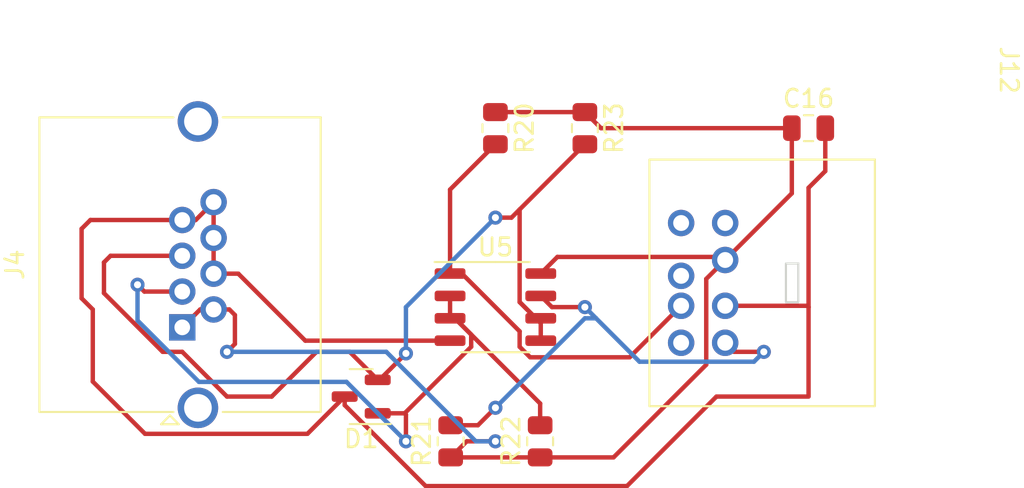
<source format=kicad_pcb>
(kicad_pcb (version 20211014) (generator pcbnew)
  (layers (0 "F.Cu" signal) (31 "B.Cu" signal) (34 "B.Paste" user) (35 "F.Paste" user) (36 "B.SilkS" user "B.Silkscreen") (37 "F.SilkS" user "F.Silkscreen") (38 "B.Mask" user) (39 "F.Mask" user) (44 "Edge.Cuts" user))
  (net 0 "")
  (net 1 "GND")
  (net 2 "3v3")
  (net 3 "Net-(J4-Pad3)")
  (net 4 "Net-(J4-Pad5)")
  (net 5 "/HS_SCL")
  (net 6 "/HS_SDA")
  (footprint "royale:Mini-Din-Through-Hole" (layer "F.Cu") (at 199.345 72.905 -90)
    (fp_text reference "J12" (at -5.08 -7.62 -90 unlocked) (layer "F.SilkS"))
    (fp_text value "PSG01571")
    (fp_rect (start 0 0) (end 14 12.8) (layer "F.SilkS") (width 0.12) (fill none))
    (fp_rect (start 5.9 4.35) (end 8.1 5.05) (layer "Edge.Cuts") (width 0.12) (fill none))
    (pad "1" thru_hole circle (at 8.3 8.5 270) (size 1.5 1.5) (drill 0.9) (layers *.Cu *.Mask) (net 1 "GND"))
    (pad "2" thru_hole circle (at 5.7 8.5 270) (size 1.5 1.5) (drill 0.9) (layers *.Cu *.Mask) (net 2 "3v3"))
    (pad "3" thru_hole circle (at 10.4 8.5 270) (size 1.5 1.5) (drill 0.9) (layers *.Cu *.Mask) (net 5 "/HS_SCL"))
    (pad "4" thru_hole circle (at 8.3 11 270) (size 1.5 1.5) (drill 0.9) (layers *.Cu *.Mask) (net 6 "/HS_SDA"))
    (pad "5" thru_hole circle (at 3.6 8.5 270) (size 1.5 1.5) (drill 0.9) (layers *.Cu *.Mask))
    (pad "6" thru_hole circle (at 10.4 11 270) (size 1.5 1.5) (drill 0.9) (layers *.Cu *.Mask))
    (pad "7" thru_hole circle (at 6.6 11 270) (size 1.5 1.5) (drill 0.9) (layers *.Cu *.Mask))
    (pad "8" thru_hole circle (at 3.6 11 270) (size 1.5 1.5) (drill 0.9) (layers *.Cu *.Mask))
  )
  (footprint "Package_TO_SOT_SMD:SOT-23" (layer "F.Cu") (at 170.18 86.36 180)
    (fp_text reference "D1" (at 0 -2.4) (layer "F.SilkS"))
    (fp_text value "BAT54A")
    (fp_line (start 0 -1.56) (end -1.675 -1.56) (layer "F.SilkS") (width 0.12))
    (fp_line (start 0 1.56) (end -0.65 1.56) (layer "F.SilkS") (width 0.12))
    (fp_line (start 0 1.56) (end 0.65 1.56) (layer "F.SilkS") (width 0.12))
    (fp_line (start 0 -1.56) (end 0.65 -1.56) (layer "F.SilkS") (width 0.12))
    (pad "1" smd roundrect (at -0.9375 -0.95 180) (size 1.475 0.6) (layers "F.Cu" "F.Paste" "F.Mask") (net 3 "Net-(J4-Pad3)"))
    (pad "2" smd roundrect (at -0.9375 0.95 180) (size 1.475 0.6) (layers "F.Cu" "F.Paste" "F.Mask") (net 4 "Net-(J4-Pad5)"))
    (pad "3" smd roundrect (at 0.9375 0 180) (size 1.475 0.6) (layers "F.Cu" "F.Paste" "F.Mask") (net 1 "GND"))
  )
  (footprint "Resistor_SMD:R_0805_2012Metric" (layer "F.Cu") (at 182.88 71.12 -90)
    (fp_text reference "R23" (at 0 -1.65 90) (layer "F.SilkS"))
    (fp_text value "1k")
    (fp_line (start -0.227064 -0.735) (end 0.227064 -0.735) (layer "F.SilkS") (width 0.12))
    (fp_line (start -0.227064 0.735) (end 0.227064 0.735) (layer "F.SilkS") (width 0.12))
    (pad "1" smd roundrect (at -0.9125 0 270) (size 1.025 1.4) (layers "F.Cu" "F.Paste" "F.Mask") (roundrect_rratio 0.243902) (net 2 "3v3"))
    (pad "2" smd roundrect (at 0.9125 0 270) (size 1.025 1.4) (layers "F.Cu" "F.Paste" "F.Mask") (roundrect_rratio 0.243902) (net 4 "Net-(J4-Pad5)"))
  )
  (footprint "Resistor_SMD:R_0805_2012Metric" (layer "F.Cu") (at 177.8 71.12 -90)
    (fp_text reference "R20" (at 0 -1.65 90) (layer "F.SilkS"))
    (fp_text value "4k7")
    (fp_line (start -0.227064 0.735) (end 0.227064 0.735) (layer "F.SilkS") (width 0.12))
    (fp_line (start -0.227064 -0.735) (end 0.227064 -0.735) (layer "F.SilkS") (width 0.12))
    (pad "1" smd roundrect (at -0.9125 0 270) (size 1.025 1.4) (layers "F.Cu" "F.Paste" "F.Mask") (roundrect_rratio 0.243902) (net 2 "3v3"))
    (pad "2" smd roundrect (at 0.9125 0 270) (size 1.025 1.4) (layers "F.Cu" "F.Paste" "F.Mask") (roundrect_rratio 0.243902) (net 6 "/HS_SDA"))
  )
  (footprint "Resistor_SMD:R_0805_2012Metric" (layer "F.Cu") (at 180.34 88.9 90)
    (fp_text reference "R22" (at 0 -1.65 90) (layer "F.SilkS"))
    (fp_text value "1k")
    (fp_line (start -0.227064 -0.735) (end 0.227064 -0.735) (layer "F.SilkS") (width 0.12))
    (fp_line (start -0.227064 0.735) (end 0.227064 0.735) (layer "F.SilkS") (width 0.12))
    (pad "1" smd roundrect (at -0.9125 0 90) (size 1.025 1.4) (layers "F.Cu" "F.Paste" "F.Mask") (roundrect_rratio 0.243902) (net 2 "3v3"))
    (pad "2" smd roundrect (at 0.9125 0 90) (size 1.025 1.4) (layers "F.Cu" "F.Paste" "F.Mask") (roundrect_rratio 0.243902) (net 3 "Net-(J4-Pad3)"))
  )
  (footprint "Resistor_SMD:R_0805_2012Metric" (layer "F.Cu") (at 175.26 88.9 90)
    (fp_text reference "R21" (at 0 -1.65 90) (layer "F.SilkS"))
    (fp_text value "4k7")
    (fp_line (start -0.227064 -0.735) (end 0.227064 -0.735) (layer "F.SilkS") (width 0.12))
    (fp_line (start -0.227064 0.735) (end 0.227064 0.735) (layer "F.SilkS") (width 0.12))
    (pad "1" smd roundrect (at -0.9125 0 90) (size 1.025 1.4) (layers "F.Cu" "F.Paste" "F.Mask") (roundrect_rratio 0.243902) (net 2 "3v3"))
    (pad "2" smd roundrect (at 0.9125 0 90) (size 1.025 1.4) (layers "F.Cu" "F.Paste" "F.Mask") (roundrect_rratio 0.243902) (net 5 "/HS_SCL"))
  )
  (footprint "Package_SO:SO-8_3.9x4.9mm_P1.27mm" (layer "F.Cu") (at 177.8 81.28)
    (fp_text reference "U5" (at 0 -3.4) (layer "F.SilkS"))
    (fp_text value "PCA9600D")
    (fp_line (start 0 -2.56) (end 1.95 -2.56) (layer "F.SilkS") (width 0.12))
    (fp_line (start 0 -2.56) (end -3.45 -2.56) (layer "F.SilkS") (width 0.12))
    (fp_line (start 0 2.56) (end 1.95 2.56) (layer "F.SilkS") (width 0.12))
    (fp_line (start 0 2.56) (end -1.95 2.56) (layer "F.SilkS") (width 0.12))
    (pad "1" smd roundrect (at -2.575 -1.905) (size 1.75 0.6) (layers "F.Cu" "F.Paste" "F.Mask") (net 6 "/HS_SDA"))
    (pad "2" smd roundrect (at -2.575 -0.635) (size 1.75 0.6) (layers "F.Cu" "F.Paste" "F.Mask") (net 3 "Net-(J4-Pad3)"))
    (pad "3" smd roundrect (at -2.575 0.635) (size 1.75 0.6) (layers "F.Cu" "F.Paste" "F.Mask") (net 3 "Net-(J4-Pad3)"))
    (pad "4" smd roundrect (at -2.575 1.905) (size 1.75 0.6) (layers "F.Cu" "F.Paste" "F.Mask") (net 1 "GND"))
    (pad "5" smd roundrect (at 2.575 1.905) (size 1.75 0.6) (layers "F.Cu" "F.Paste" "F.Mask") (net 4 "Net-(J4-Pad5)"))
    (pad "6" smd roundrect (at 2.575 0.635) (size 1.75 0.6) (layers "F.Cu" "F.Paste" "F.Mask") (net 4 "Net-(J4-Pad5)"))
    (pad "7" smd roundrect (at 2.575 -0.635) (size 1.75 0.6) (layers "F.Cu" "F.Paste" "F.Mask") (net 5 "/HS_SCL"))
    (pad "8" smd roundrect (at 2.575 -1.905) (size 1.75 0.6) (layers "F.Cu" "F.Paste" "F.Mask") (net 2 "3v3"))
  )
  (footprint "Capacitor_SMD:C_0805_2012Metric" (layer "F.Cu") (at 195.58 71.12)
    (fp_text reference "C16" (at 0 -1.68) (layer "F.SilkS"))
    (fp_text value "100n")
    (fp_line (start -0.261252 0.735) (end 0.261252 0.735) (layer "F.SilkS") (width 0.12))
    (fp_line (start -0.261252 -0.735) (end 0.261252 -0.735) (layer "F.SilkS") (width 0.12))
    (pad "1" smd roundrect (at -0.95 0) (size 1 1.45) (layers "F.Cu" "F.Paste" "F.Mask") (net 2 "3v3"))
    (pad "2" smd roundrect (at 0.95 0) (size 1 1.45) (layers "F.Cu" "F.Paste" "F.Mask") (net 1 "GND"))
  )
  (footprint "Connector_RJ:RJ45_Amphenol_RJHSE5380" (layer "F.Cu") (at 160.02 82.43 90)
    (fp_text reference "J4" (at 3.56 -9.5 90) (layer "F.SilkS"))
    (fp_text value "RJHSE-5380")
    (fp_line (start -4.805 -8.11) (end -4.805 -0.5) (layer "F.SilkS") (width 0.12))
    (fp_line (start -4.76 7.86) (end 11.925 7.86) (layer "F.SilkS") (width 0.12))
    (fp_line (start 11.925 7.86) (end 11.925 2.3) (layer "F.SilkS") (width 0.12))
    (fp_line (start -4.805 7.86) (end -4.805 2.3) (layer "F.SilkS") (width 0.12))
    (fp_line (start -5.5 -0.2) (end -5.5 -1.2) (layer "F.SilkS") (width 0.12))
    (fp_line (start -4.76 -8.11) (end 11.88 -8.11) (layer "F.SilkS") (width 0.12))
    (fp_line (start -5.5 -1.2) (end -5 -0.7) (layer "F.SilkS") (width 0.12))
    (fp_line (start -5 -0.7) (end -5.5 -0.2) (layer "F.SilkS") (width 0.12))
    (fp_line (start 11.925 -8.11) (end 11.925 -0.5) (layer "F.SilkS") (width 0.12))
    (pad "" np_thru_hole circle (at 9.91 -2.54 90) (size 3.25 3.25) (drill 3.25) (layers *.Cu *.Mask))
    (pad "" np_thru_hole circle (at -2.79 -2.54 90) (size 3.25 3.25) (drill 3.25) (layers *.Cu *.Mask))
    (pad "1" thru_hole rect (at 0 0 90) (size 1.5 1.5) (drill 0.89) (layers *.Cu *.Mask) (net 2 "3v3"))
    (pad "2" thru_hole circle (at 1.016 1.78 90) (size 1.5 1.5) (drill 0.89) (layers *.Cu *.Mask) (net 2 "3v3"))
    (pad "3" thru_hole circle (at 2.032 0 90) (size 1.5 1.5) (drill 0.89) (layers *.Cu *.Mask) (net 3 "Net-(J4-Pad3)"))
    (pad "4" thru_hole circle (at 3.048 1.78 90) (size 1.5 1.5) (drill 0.89) (layers *.Cu *.Mask) (net 1 "GND"))
    (pad "5" thru_hole circle (at 4.064 0 90) (size 1.5 1.5) (drill 0.89) (layers *.Cu *.Mask) (net 4 "Net-(J4-Pad5)"))
    (pad "6" thru_hole circle (at 5.08 1.78 90) (size 1.5 1.5) (drill 0.89) (layers *.Cu *.Mask) (net 1 "GND"))
    (pad "7" thru_hole circle (at 6.096 0 90) (size 1.5 1.5) (drill 0.89) (layers *.Cu *.Mask) (net 1 "GND"))
    (pad "8" thru_hole circle (at 7.112 1.78 90) (size 1.5 1.5) (drill 0.89) (layers *.Cu *.Mask) (net 1 "GND"))
    (pad "SH" thru_hole circle (at -4.57 0.89 90) (size 2.3 2.3) (drill 1.57) (layers *.Cu *.Mask))
    (pad "SH" thru_hole circle (at 11.69 0.89 90) (size 2.3 2.3) (drill 1.57) (layers *.Cu *.Mask))
  )
  (segment (start 163.202 79.382) (end 161.8 79.382) (width 0.25) (layer "F.Cu") (net 1))
  (segment (start 173.838928 91.44) (end 185.27 91.44) (width 0.25) (layer "F.Cu") (net 1))
  (segment (start 195.505 81.205) (end 190.845 81.205) (width 0.25) (layer "F.Cu") (net 1))
  (segment (start 169.2425 86.36) (end 167.127989 88.474511) (width 0.25) (layer "F.Cu") (net 1))
  (segment (start 169.2425 86.36) (end 169.2425 86.843572) (width 0.25) (layer "F.Cu") (net 1))
  (segment (start 167.127989 88.474511) (end 157.90676 88.474511) (width 0.25) (layer "F.Cu") (net 1))
  (segment (start 154.305 76.835) (end 154.806 76.334) (width 0.25) (layer "F.Cu") (net 1))
  (segment (start 195.58 81.28) (end 195.58 86.36) (width 0.25) (layer "F.Cu") (net 1))
  (segment (start 195.58 74.505718) (end 195.58 81.28) (width 0.25) (layer "F.Cu") (net 1))
  (segment (start 175.225 83.185) (end 167.005 83.185) (width 0.25) (layer "F.Cu") (net 1))
  (segment (start 157.90676 88.474511) (end 154.94 85.507751) (width 0.25) (layer "F.Cu") (net 1))
  (segment (start 154.94 85.507751) (end 154.94 81.414) (width 0.25) (layer "F.Cu") (net 1))
  (segment (start 195.58 81.28) (end 195.505 81.205) (width 0.25) (layer "F.Cu") (net 1))
  (segment (start 154.806 76.334) (end 160.02 76.334) (width 0.25) (layer "F.Cu") (net 1))
  (segment (start 154.94 81.414) (end 154.305 80.779) (width 0.25) (layer "F.Cu") (net 1))
  (segment (start 161.8 75.318) (end 161.8 79.382) (width 0.25) (layer "F.Cu") (net 1))
  (segment (start 196.53 71.12) (end 196.53 73.555718) (width 0.25) (layer "F.Cu") (net 1))
  (segment (start 154.305 80.779) (end 154.305 76.835) (width 0.25) (layer "F.Cu") (net 1))
  (segment (start 185.27 91.44) (end 190.35 86.36) (width 0.25) (layer "F.Cu") (net 1))
  (segment (start 196.53 73.555718) (end 195.58 74.505718) (width 0.25) (layer "F.Cu") (net 1))
  (segment (start 167.005 83.185) (end 163.202 79.382) (width 0.25) (layer "F.Cu") (net 1))
  (segment (start 160.02 76.334) (end 160.784 76.334) (width 0.25) (layer "F.Cu") (net 1))
  (segment (start 160.784 76.334) (end 161.8 75.318) (width 0.25) (layer "F.Cu") (net 1))
  (segment (start 169.2425 86.843572) (end 173.838928 91.44) (width 0.25) (layer "F.Cu") (net 1))
  (segment (start 190.35 86.36) (end 195.505 86.36) (width 0.25) (layer "F.Cu") (net 1))
  (segment (start 194.63 71.12) (end 194.63 74.82) (width 0.25) (layer "F.Cu") (net 2))
  (segment (start 180.375 79.375) (end 181.319511 78.430489) (width 0.25) (layer "F.Cu") (net 2))
  (segment (start 163.00952 81.72952) (end 162.694 81.414) (width 0.25) (layer "F.Cu") (net 2))
  (segment (start 162.56 83.82) (end 163.00952 83.37048) (width 0.25) (layer "F.Cu") (net 2))
  (segment (start 183.7925 71.12) (end 194.63 71.12) (width 0.25) (layer "F.Cu") (net 2))
  (segment (start 189.770489 84.549512) (end 189.770489 79.679511) (width 0.25) (layer "F.Cu") (net 2))
  (segment (start 161.8 81.414) (end 161.036 81.414) (width 0.25) (layer "F.Cu") (net 2))
  (segment (start 163.00952 83.37048) (end 163.00952 81.72952) (width 0.25) (layer "F.Cu") (net 2))
  (segment (start 175.26 89.8125) (end 180.34 89.8125) (width 0.25) (layer "F.Cu") (net 2))
  (segment (start 189.770489 79.679511) (end 190.845 78.605) (width 0.25) (layer "F.Cu") (net 2))
  (segment (start 180.34 89.8125) (end 184.507501 89.8125) (width 0.25) (layer "F.Cu") (net 2))
  (segment (start 182.88 70.2075) (end 177.8 70.2075) (width 0.25) (layer "F.Cu") (net 2))
  (segment (start 175.26 89.8125) (end 176.1725 88.9) (width 0.25) (layer "F.Cu") (net 2))
  (segment (start 176.1725 88.9) (end 177.8 88.9) (width 0.25) (layer "F.Cu") (net 2))
  (segment (start 181.319511 78.430489) (end 190.670489 78.430489) (width 0.25) (layer "F.Cu") (net 2))
  (segment (start 194.63 74.82) (end 190.845 78.605) (width 0.25) (layer "F.Cu") (net 2))
  (segment (start 184.507501 89.8125) (end 189.770489 84.549512) (width 0.25) (layer "F.Cu") (net 2))
  (segment (start 162.694 81.414) (end 161.8 81.414) (width 0.25) (layer "F.Cu") (net 2))
  (segment (start 182.88 70.2075) (end 183.7925 71.12) (width 0.25) (layer "F.Cu") (net 2))
  (segment (start 161.036 81.414) (end 160.02 82.43) (width 0.25) (layer "F.Cu") (net 2))
  (segment (start 190.670489 78.430489) (end 190.845 78.605) (width 0.25) (layer "F.Cu") (net 2))
  (via (at 177.8 88.9) (size 0.8) (drill 0.4) (layers "F.Cu" "B.Cu") (net 2))
  (via (at 162.56 83.82) (size 0.8) (drill 0.4) (layers "F.Cu" "B.Cu") (net 2))
  (segment (start 177.8 88.9) (end 176.685886 88.9) (width 0.25) (layer "B.Cu") (net 2))
  (segment (start 176.685886 88.9) (end 171.605886 83.82) (width 0.25) (layer "B.Cu") (net 2))
  (segment (start 171.605886 83.82) (end 162.56 83.82) (width 0.25) (layer "B.Cu") (net 2))
  (segment (start 175.225 80.645) (end 175.225 81.915) (width 0.25) (layer "F.Cu") (net 3))
  (segment (start 157.868 80.398) (end 157.48 80.01) (width 0.25) (layer "F.Cu") (net 3))
  (segment (start 175.225 81.915) (end 175.895 81.915) (width 0.25) (layer "F.Cu") (net 3))
  (segment (start 160.02 80.398) (end 157.868 80.398) (width 0.25) (layer "F.Cu") (net 3))
  (segment (start 175.501072 81.915) (end 175.225 81.915) (width 0.25) (layer "F.Cu") (net 3))
  (segment (start 180.34 87.9875) (end 180.34 86.753928) (width 0.25) (layer "F.Cu") (net 3))
  (segment (start 172.72 88.9) (end 172.72 87.383928) (width 0.25) (layer "F.Cu") (net 3))
  (segment (start 176.42452 83.531552) (end 176.42452 82.838448) (width 0.25) (layer "F.Cu") (net 3))
  (segment (start 172.72 87.383928) (end 172.646072 87.31) (width 0.25) (layer "F.Cu") (net 3))
  (segment (start 176.42452 82.838448) (end 175.501072 81.915) (width 0.25) (layer "F.Cu") (net 3))
  (segment (start 180.34 86.753928) (end 175.501072 81.915) (width 0.25) (layer "F.Cu") (net 3))
  (segment (start 171.1175 87.31) (end 172.646072 87.31) (width 0.25) (layer "F.Cu") (net 3))
  (segment (start 172.646072 87.31) (end 176.42452 83.531552) (width 0.25) (layer "F.Cu") (net 3))
  (via (at 157.48 80.01) (size 0.8) (drill 0.4) (layers "F.Cu" "B.Cu") (net 3))
  (via (at 172.72 88.9) (size 0.8) (drill 0.4) (layers "F.Cu" "B.Cu") (net 3))
  (segment (start 169.345489 85.525489) (end 172.72 88.9) (width 0.25) (layer "B.Cu") (net 3))
  (segment (start 160.966467 85.525489) (end 169.345489 85.525489) (width 0.25) (layer "B.Cu") (net 3))
  (segment (start 157.48 80.01) (end 157.48 82.039022) (width 0.25) (layer "B.Cu") (net 3))
  (segment (start 157.48 82.039022) (end 160.966467 85.525489) (width 0.25) (layer "B.Cu") (net 3))
  (segment (start 178.7125 76.2) (end 179.17548 75.73702) (width 0.25) (layer "F.Cu") (net 4))
  (segment (start 180.375 82.191072) (end 179.17548 80.991552) (width 0.25) (layer "F.Cu") (net 4))
  (segment (start 180.098928 81.915) (end 179.17548 80.991552) (width 0.25) (layer "F.Cu") (net 4))
  (segment (start 180.375 81.915) (end 180.098928 81.915) (width 0.25) (layer "F.Cu") (net 4))
  (segment (start 177.8 76.2) (end 178.7125 76.2) (width 0.25) (layer "F.Cu") (net 4))
  (segment (start 155.949 78.366) (end 160.02 78.366) (width 0.25) (layer "F.Cu") (net 4))
  (segment (start 180.375 83.185) (end 180.375 82.191072) (width 0.25) (layer "F.Cu") (net 4))
  (segment (start 160.02 83.82) (end 158.907751 83.82) (width 0.25) (layer "F.Cu") (net 4))
  (segment (start 179.17548 75.73702) (end 182.88 72.0325) (width 0.25) (layer "F.Cu") (net 4))
  (segment (start 167.64 83.82) (end 165.1 86.36) (width 0.25) (layer "F.Cu") (net 4))
  (segment (start 155.575 78.74) (end 155.949 78.366) (width 0.25) (layer "F.Cu") (net 4))
  (segment (start 179.17548 80.991552) (end 179.17548 75.73702) (width 0.25) (layer "F.Cu") (net 4))
  (segment (start 169.5275 83.82) (end 167.64 83.82) (width 0.25) (layer "F.Cu") (net 4))
  (segment (start 162.56 86.36) (end 160.02 83.82) (width 0.25) (layer "F.Cu") (net 4))
  (segment (start 171.1175 85.41) (end 169.5275 83.82) (width 0.25) (layer "F.Cu") (net 4))
  (segment (start 165.1 86.36) (end 162.56 86.36) (width 0.25) (layer "F.Cu") (net 4))
  (segment (start 158.907751 83.82) (end 155.575 80.487249) (width 0.25) (layer "F.Cu") (net 4))
  (segment (start 155.575 80.487249) (end 155.575 78.74) (width 0.25) (layer "F.Cu") (net 4))
  (segment (start 171.1175 85.41) (end 171.2195 85.41) (width 0.25) (layer "F.Cu") (net 4))
  (segment (start 171.2195 85.41) (end 172.72 83.9095) (width 0.25) (layer "F.Cu") (net 4))
  (via (at 177.8 76.2) (size 0.8) (drill 0.4) (layers "F.Cu" "B.Cu") (net 4))
  (via (at 172.72 83.9095) (size 0.8) (drill 0.4) (layers "F.Cu" "B.Cu") (net 4))
  (segment (start 172.72 81.28) (end 177.8 76.2) (width 0.25) (layer "B.Cu") (net 4))
  (segment (start 172.72 83.9095) (end 172.72 81.28) (width 0.25) (layer "B.Cu") (net 4))
  (segment (start 180.375 80.645) (end 181.01 81.28) (width 0.25) (layer "F.Cu") (net 5))
  (segment (start 193.04 83.82) (end 191.36 83.82) (width 0.25) (layer "F.Cu") (net 5))
  (segment (start 176.8075 87.9875) (end 177.8 86.995) (width 0.25) (layer "F.Cu") (net 5))
  (segment (start 191.36 83.82) (end 190.845 83.305) (width 0.25) (layer "F.Cu") (net 5))
  (segment (start 181.01 81.28) (end 182.88 81.28) (width 0.25) (layer "F.Cu") (net 5))
  (segment (start 175.26 87.9875) (end 176.8075 87.9875) (width 0.25) (layer "F.Cu") (net 5))
  (via (at 182.88 81.28) (size 0.8) (drill 0.4) (layers "F.Cu" "B.Cu") (net 5))
  (via (at 177.8 86.995) (size 0.8) (drill 0.4) (layers "F.Cu" "B.Cu") (net 5))
  (via (at 193.04 83.82) (size 0.8) (drill 0.4) (layers "F.Cu" "B.Cu") (net 5))
  (segment (start 192.480489 84.379511) (end 193.04 83.82) (width 0.25) (layer "B.Cu") (net 5))
  (segment (start 177.8 86.995) (end 182.88 81.915) (width 0.25) (layer "B.Cu") (net 5))
  (segment (start 182.88 81.915) (end 183.515 81.915) (width 0.25) (layer "B.Cu") (net 5))
  (segment (start 185.979511 84.379511) (end 192.480489 84.379511) (width 0.25) (layer "B.Cu") (net 5))
  (segment (start 182.88 81.28) (end 183.515 81.915) (width 0.25) (layer "B.Cu") (net 5))
  (segment (start 183.515 81.915) (end 185.979511 84.379511) (width 0.25) (layer "B.Cu") (net 5))
  (segment (start 175.225 74.6075) (end 177.8 72.0325) (width 0.25) (layer "F.Cu") (net 6))
  (segment (start 179.773723 84.129795) (end 185.420205 84.129795) (width 0.25) (layer "F.Cu") (net 6))
  (segment (start 175.225 79.375) (end 175.895 79.375) (width 0.25) (layer "F.Cu") (net 6))
  (segment (start 185.420205 84.129795) (end 188.345 81.205) (width 0.25) (layer "F.Cu") (net 6))
  (segment (start 175.895 79.375) (end 179.17548 82.65548) (width 0.25) (layer "F.Cu") (net 6))
  (segment (start 179.17548 83.531552) (end 179.773723 84.129795) (width 0.25) (layer "F.Cu") (net 6))
  (segment (start 175.225 79.375) (end 175.225 74.6075) (width 0.25) (layer "F.Cu") (net 6))
  (segment (start 179.17548 82.65548) (end 179.17548 83.531552) (width 0.25) (layer "F.Cu") (net 6))
)
</source>
